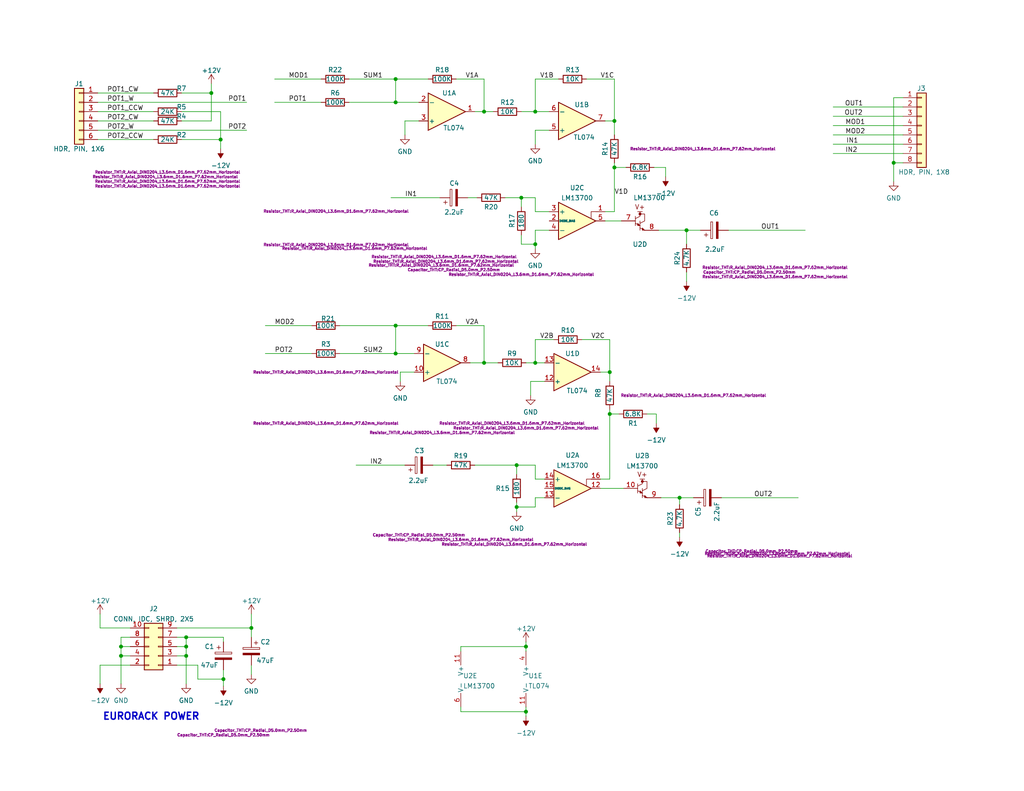
<source format=kicad_sch>
(kicad_sch (version 20211123) (generator eeschema)
  (paper "A")
  (title_block (title "Dual Voltage Controlled Amplifier (VCA)") (date "2022-11-10") (rev "1"))
  (lib_symbols
    (symbol "Amplifier_Operational:LM13700" (pin_names (offset 0.127))
      (property "Reference" "U" (at 3.81 5.08 0))
      (property "Value" "LM13700" (at 5.08 -5.08 0))
      (symbol "LM13700_1_1"
        (polyline (pts (xy 3.81 -0.635) (xy 3.81 -2.54) (xy 5.08 -2.54)))
        (polyline (pts (xy 5.08 0) (xy -5.08 -5.08) (xy -5.08 5.08) (xy 5.08 0)) (stroke (width 0.254)) (fill (type background)))
        (pin output line (at 7.62 0 180) (length 2.54) (name "~") (number "12"))
        (pin input line (at -7.62 2.54 0) (length 2.54) (name "-") (number "13"))
        (pin input line (at -7.62 -2.54 0) (length 2.54) (name "+") (number "14"))
        (pin input line (at -7.62 0 0) (length 2.54) (name "DIODE_BIAS") (number "15"))
        (pin input line (at 7.62 -2.54 180) (length 2.54) (name "~") (number "16"))
      )
      (symbol "LM13700_2_0"
        (polyline (pts (xy -1.905 2.54) (xy -3.175 2.54)))
      )
      (symbol "LM13700_2_1"
        (circle (center -2.54 1.905) (radius 0.254) (stroke (width 0.254)) (fill (type outline)))
        (polyline (pts (xy -3.81 -0.635) (xy -2.54 -1.27)))
        (polyline (pts (xy -3.81 1.27) (xy -3.81 -1.27)))
        (polyline (pts (xy -2.54 -1.905) (xy -1.27 -2.54)))
        (polyline (pts (xy -2.54 0) (xy -2.54 -2.54)))
        (polyline (pts (xy -3.81 0.635) (xy -2.54 1.27) (xy -2.54 1.905) (xy -2.54 2.54)))
        (polyline (pts (xy -2.54 -1.27) (xy -3.175 -0.635) (xy -3.175 -1.27) (xy -2.54 -1.27)) (fill (type outline)))
        (polyline (pts (xy -2.54 -0.635) (xy -1.27 0) (xy -1.27 1.905) (xy -2.54 1.905)))
        (polyline (pts (xy -1.27 -2.54) (xy -1.905 -1.905) (xy -1.905 -2.54) (xy -1.27 -2.54)) (fill (type outline)))
        (text "V+" (at -2.54 3.81 0) (effects (font (size 1.27 1.27))))
        (pin input line (at -7.62 0 0) (length 3.81) (name "~") (number "10"))
        (pin output line (at 2.54 -2.54 180) (length 3.81) (name "~") (number "9"))
      )
      (symbol "LM13700_3_1"
        (polyline (pts (xy 3.81 -0.635) (xy 3.81 -2.54) (xy 5.08 -2.54)))
        (polyline (pts (xy 5.08 0) (xy -5.08 -5.08) (xy -5.08 5.08) (xy 5.08 0)) (stroke (width 0.254)) (fill (type background)))
        (pin input line (at 7.62 -2.54 180) (length 2.54) (name "~") (number "1"))
        (pin input line (at -7.62 0 0) (length 2.54) (name "DIODE_BIAS") (number "2"))
        (pin input line (at -7.62 -2.54 0) (length 2.54) (name "+") (number "3"))
        (pin input line (at -7.62 2.54 0) (length 2.54) (name "-") (number "4"))
        (pin output line (at 7.62 0 180) (length 2.54) (name "~") (number "5"))
      )
      (symbol "LM13700_4_0"
        (polyline (pts (xy -3.175 2.54) (xy -1.905 2.54)))
        (text "V+" (at -2.54 3.81 0) (effects (font (size 1.27 1.27))))
      )
      (symbol "LM13700_4_1"
        (circle (center -2.54 1.905) (radius 0.254) (stroke (width 0.254)) (fill (type outline)))
        (polyline (pts (xy -3.81 -0.635) (xy -2.54 -1.27)))
        (polyline (pts (xy -3.81 1.27) (xy -3.81 -1.27)))
        (polyline (pts (xy -2.54 -1.905) (xy -1.27 -2.54)))
        (polyline (pts (xy -2.54 0) (xy -2.54 -2.54)))
        (polyline (pts (xy -3.81 0.635) (xy -2.54 1.27) (xy -2.54 2.54)))
        (polyline (pts (xy -2.54 -1.27) (xy -3.175 -0.635) (xy -3.175 -1.27) (xy -2.54 -1.27)) (fill (type outline)))
        (polyline (pts (xy -2.54 -0.635) (xy -1.27 0) (xy -1.27 1.905) (xy -2.54 1.905)))
        (polyline (pts (xy -1.27 -2.54) (xy -1.905 -1.905) (xy -1.905 -2.54) (xy -1.27 -2.54)) (fill (type outline)))
        (pin input line (at -7.62 0 0) (length 3.81) (name "~") (number "7"))
        (pin output line (at 2.54 -2.54 180) (length 3.81) (name "~") (number "8"))
      )
      (symbol "LM13700_5_1"
        (pin power_in line (at -2.54 7.62 270) (length 3.81) (name "V+") (number "11"))
        (pin power_in line (at -2.54 -7.62 90) (length 3.81) (name "V-") (number "6"))
      )
    )
    (symbol "Amplifier_Operational:TL074" (pin_names (offset 0.127))
      (property "Reference" "U" (at 0 5.08 0))
      (property "Value" "TL074" (at 0 -5.08 0))
      (symbol "TL074_1_1"
        (polyline (pts (xy -5.08 5.08) (xy 5.08 0) (xy -5.08 -5.08) (xy -5.08 5.08)) (stroke (width 0.254)) (fill (type background)))
        (pin output line (at 7.62 0 180) (length 2.54) (name "~") (number "1"))
        (pin input line (at -7.62 -2.54 0) (length 2.54) (name "-") (number "2"))
        (pin input line (at -7.62 2.54 0) (length 2.54) (name "+") (number "3"))
      )
      (symbol "TL074_2_1"
        (polyline (pts (xy -5.08 5.08) (xy 5.08 0) (xy -5.08 -5.08) (xy -5.08 5.08)) (stroke (width 0.254)) (fill (type background)))
        (pin input line (at -7.62 2.54 0) (length 2.54) (name "+") (number "5"))
        (pin input line (at -7.62 -2.54 0) (length 2.54) (name "-") (number "6"))
        (pin output line (at 7.62 0 180) (length 2.54) (name "~") (number "7"))
      )
      (symbol "TL074_3_1"
        (polyline (pts (xy -5.08 5.08) (xy 5.08 0) (xy -5.08 -5.08) (xy -5.08 5.08)) (stroke (width 0.254)) (fill (type background)))
        (pin input line (at -7.62 2.54 0) (length 2.54) (name "+") (number "10"))
        (pin output line (at 7.62 0 180) (length 2.54) (name "~") (number "8"))
        (pin input line (at -7.62 -2.54 0) (length 2.54) (name "-") (number "9"))
      )
      (symbol "TL074_4_1"
        (polyline (pts (xy -5.08 5.08) (xy 5.08 0) (xy -5.08 -5.08) (xy -5.08 5.08)) (stroke (width 0.254)) (fill (type background)))
        (pin input line (at -7.62 2.54 0) (length 2.54) (name "+") (number "12"))
        (pin input line (at -7.62 -2.54 0) (length 2.54) (name "-") (number "13"))
        (pin output line (at 7.62 0 180) (length 2.54) (name "~") (number "14"))
      )
      (symbol "TL074_5_1"
        (pin power_in line (at -2.54 -7.62 90) (length 3.81) (name "V-") (number "11"))
        (pin power_in line (at -2.54 7.62 270) (length 3.81) (name "V+") (number "4"))
      )
    )
    (symbol "Connector_Generic:Conn_01x06" (pin_names (offset 1.016) hide)
      (property "Reference" "J" (at 0 7.62 0))
      (property "Value" "Conn_01x06" (at 0 -10.16 0))
      (symbol "Conn_01x06_1_1"
        (rectangle (start -1.27 -7.493) (end 0 -7.747) (stroke (width 0.1524)))
        (rectangle (start -1.27 -4.953) (end 0 -5.207) (stroke (width 0.1524)))
        (rectangle (start -1.27 -2.413) (end 0 -2.667) (stroke (width 0.1524)))
        (rectangle (start -1.27 0.127) (end 0 -0.127) (stroke (width 0.1524)))
        (rectangle (start -1.27 2.667) (end 0 2.413) (stroke (width 0.1524)))
        (rectangle (start -1.27 5.207) (end 0 4.953) (stroke (width 0.1524)))
        (rectangle (start -1.27 6.35) (end 1.27 -8.89) (stroke (width 0.254)) (fill (type background)))
        (pin passive line (at -5.08 5.08 0) (length 3.81) (name "Pin_1") (number "1"))
        (pin passive line (at -5.08 2.54 0) (length 3.81) (name "Pin_2") (number "2"))
        (pin passive line (at -5.08 0 0) (length 3.81) (name "Pin_3") (number "3"))
        (pin passive line (at -5.08 -2.54 0) (length 3.81) (name "Pin_4") (number "4"))
        (pin passive line (at -5.08 -5.08 0) (length 3.81) (name "Pin_5") (number "5"))
        (pin passive line (at -5.08 -7.62 0) (length 3.81) (name "Pin_6") (number "6"))
      )
    )
    (symbol "Connector_Generic:Conn_01x08" (pin_names (offset 1.016) hide)
      (property "Reference" "J" (at 0 10.16 0))
      (property "Value" "Conn_01x08" (at 0 -12.7 0))
      (symbol "Conn_01x08_1_1"
        (rectangle (start -1.27 -10.033) (end 0 -10.287) (stroke (width 0.1524)))
        (rectangle (start -1.27 -7.493) (end 0 -7.747) (stroke (width 0.1524)))
        (rectangle (start -1.27 -4.953) (end 0 -5.207) (stroke (width 0.1524)))
        (rectangle (start -1.27 -2.413) (end 0 -2.667) (stroke (width 0.1524)))
        (rectangle (start -1.27 0.127) (end 0 -0.127) (stroke (width 0.1524)))
        (rectangle (start -1.27 2.667) (end 0 2.413) (stroke (width 0.1524)))
        (rectangle (start -1.27 5.207) (end 0 4.953) (stroke (width 0.1524)))
        (rectangle (start -1.27 7.747) (end 0 7.493) (stroke (width 0.1524)))
        (rectangle (start -1.27 8.89) (end 1.27 -11.43) (stroke (width 0.254)) (fill (type background)))
        (pin passive line (at -5.08 7.62 0) (length 3.81) (name "Pin_1") (number "1"))
        (pin passive line (at -5.08 5.08 0) (length 3.81) (name "Pin_2") (number "2"))
        (pin passive line (at -5.08 2.54 0) (length 3.81) (name "Pin_3") (number "3"))
        (pin passive line (at -5.08 0 0) (length 3.81) (name "Pin_4") (number "4"))
        (pin passive line (at -5.08 -2.54 0) (length 3.81) (name "Pin_5") (number "5"))
        (pin passive line (at -5.08 -5.08 0) (length 3.81) (name "Pin_6") (number "6"))
        (pin passive line (at -5.08 -7.62 0) (length 3.81) (name "Pin_7") (number "7"))
        (pin passive line (at -5.08 -10.16 0) (length 3.81) (name "Pin_8") (number "8"))
      )
    )
    (symbol "Connector_Generic:Conn_02x05_Odd_Even" (pin_names (offset 1.016) hide)
      (property "Reference" "J" (at 1.27 7.62 0))
      (property "Value" "Conn_02x05_Odd_Even" (at 1.27 -7.62 0))
      (symbol "Conn_02x05_Odd_Even_1_1"
        (rectangle (start -1.27 -4.953) (end 0 -5.207) (stroke (width 0.1524)))
        (rectangle (start -1.27 -2.413) (end 0 -2.667) (stroke (width 0.1524)))
        (rectangle (start -1.27 0.127) (end 0 -0.127) (stroke (width 0.1524)))
        (rectangle (start -1.27 2.667) (end 0 2.413) (stroke (width 0.1524)))
        (rectangle (start -1.27 5.207) (end 0 4.953) (stroke (width 0.1524)))
        (rectangle (start -1.27 6.35) (end 3.81 -6.35) (stroke (width 0.254)) (fill (type background)))
        (rectangle (start 3.81 -4.953) (end 2.54 -5.207) (stroke (width 0.1524)))
        (rectangle (start 3.81 -2.413) (end 2.54 -2.667) (stroke (width 0.1524)))
        (rectangle (start 3.81 0.127) (end 2.54 -0.127) (stroke (width 0.1524)))
        (rectangle (start 3.81 2.667) (end 2.54 2.413) (stroke (width 0.1524)))
        (rectangle (start 3.81 5.207) (end 2.54 4.953) (stroke (width 0.1524)))
        (pin passive line (at -5.08 5.08 0) (length 3.81) (name "Pin_1") (number "1"))
        (pin passive line (at 7.62 -5.08 180) (length 3.81) (name "Pin_10") (number "10"))
        (pin passive line (at 7.62 5.08 180) (length 3.81) (name "Pin_2") (number "2"))
        (pin passive line (at -5.08 2.54 0) (length 3.81) (name "Pin_3") (number "3"))
        (pin passive line (at 7.62 2.54 180) (length 3.81) (name "Pin_4") (number "4"))
        (pin passive line (at -5.08 0 0) (length 3.81) (name "Pin_5") (number "5"))
        (pin passive line (at 7.62 0 180) (length 3.81) (name "Pin_6") (number "6"))
        (pin passive line (at -5.08 -2.54 0) (length 3.81) (name "Pin_7") (number "7"))
        (pin passive line (at 7.62 -2.54 180) (length 3.81) (name "Pin_8") (number "8"))
        (pin passive line (at -5.08 -5.08 0) (length 3.81) (name "Pin_9") (number "9"))
      )
    )
    (symbol "Device:C_Polarized" (pin_numbers hide) (pin_names (offset 0.254))
      (property "Reference" "C" (at 0.635 2.54 0))
      (property "Value" "C_Polarized" (at 0.635 -2.54 0))
      (symbol "C_Polarized_0_1"
        (rectangle (start -2.286 0.508) (end 2.286 1.016))
        (polyline (pts (xy -1.778 2.286) (xy -0.762 2.286)))
        (polyline (pts (xy -1.27 2.794) (xy -1.27 1.778)))
        (rectangle (start 2.286 -0.508) (end -2.286 -1.016) (fill (type outline)))
      )
      (symbol "C_Polarized_1_1"
        (pin passive line (at 0 3.81 270) (length 2.794) (name "~") (number "1"))
        (pin passive line (at 0 -3.81 90) (length 2.794) (name "~") (number "2"))
      )
    )
    (symbol "Device:R" (pin_numbers hide) (pin_names (offset 0))
      (property "Reference" "R" (at 2.032 0 90))
      (property "Value" "R" (at 0 0 90))
      (symbol "R_0_1"
        (rectangle (start -1.016 -2.54) (end 1.016 2.54) (stroke (width 0.254)))
      )
      (symbol "R_1_1"
        (pin passive line (at 0 3.81 270) (length 1.27) (name "~") (number "1"))
        (pin passive line (at 0 -3.81 90) (length 1.27) (name "~") (number "2"))
      )
    )
    (symbol "power:+12V" (power) (pin_names (offset 0))
      (property "Value" "+12V" (at 0 3.556 0))
      (symbol "+12V_0_1"
        (polyline (pts (xy -0.762 1.27) (xy 0 2.54)))
        (polyline (pts (xy 0 0) (xy 0 2.54)))
        (polyline (pts (xy 0 2.54) (xy 0.762 1.27)))
      )
      (symbol "+12V_1_1"
        (pin power_in line (at 0 0 90) (length 0) hide (name "+12V") (number "1"))
      )
    )
    (symbol "power:-12V" (power) (pin_names (offset 0))
      (property "Value" "-12V" (at 0 3.81 0))
      (symbol "-12V_0_0"
        (pin power_in line (at 0 0 90) (length 0) hide (name "-12V") (number "1"))
      )
      (symbol "-12V_0_1"
        (polyline (pts (xy 0 0) (xy 0 1.27) (xy 0.762 1.27) (xy 0 2.54) (xy -0.762 1.27) (xy 0 1.27)) (fill (type outline)))
      )
    )
    (symbol "power:GND" (power) (pin_names (offset 0))
      (property "Value" "GND" (at 0 -3.81 0))
      (symbol "GND_0_1"
        (polyline (pts (xy 0 0) (xy 0 -1.27) (xy 1.27 -1.27) (xy 0 -2.54) (xy -1.27 -1.27) (xy 0 -1.27)))
      )
      (symbol "GND_1_1"
        (pin power_in line (at 0 0 270) (length 0) hide (name "GND") (number "1"))
      )
    )
  )
  (junction (at 167.64 45.72))
  (junction (at 146.05 30.48))
  (junction (at 166.37 113.03))
  (junction (at 132.08 30.48))
  (junction (at 167.64 33.02))
  (junction (at 60.96 185.42))
  (junction (at 57.658 25.4))
  (junction (at 140.97 127))
  (junction (at 60.198 38.1))
  (junction (at 142.24 53.975))
  (junction (at 143.51 176.53))
  (junction (at 107.95 21.59))
  (junction (at 107.95 96.52))
  (junction (at 146.05 66.675))
  (junction (at 107.95 88.9))
  (junction (at 50.8 179.07))
  (junction (at 187.325 62.865))
  (junction (at 185.42 135.89))
  (junction (at 33.02 179.07))
  (junction (at 50.8 173.99))
  (junction (at 107.95 27.94))
  (junction (at 166.37 101.6))
  (junction (at 132.08 99.06))
  (junction (at 33.02 176.53))
  (junction (at 243.84 44.45))
  (junction (at 68.58 171.45))
  (junction (at 50.8 176.53))
  (junction (at 140.97 138.43))
  (junction (at 143.51 194.31))
  (junction (at 146.05 99.06))
  (wire (pts (xy 50.8 176.53) (xy 50.8 179.07)))
  (wire (pts (xy 227.33 41.91) (xy 246.38 41.91)))
  (wire (pts (xy 166.37 113.03) (xy 168.91 113.03)))
  (wire (pts (xy 33.02 173.99) (xy 33.02 176.53)))
  (wire (pts (xy 57.658 25.4) (xy 57.658 22.86)))
  (wire (pts (xy 227.33 39.37) (xy 246.38 39.37)))
  (wire (pts (xy 132.08 99.06) (xy 128.27 99.06)))
  (wire (pts (xy 107.95 88.9) (xy 116.84 88.9)))
  (wire (pts (xy 146.05 62.865) (xy 146.05 66.675)))
  (wire (pts (xy 146.05 99.06) (xy 143.51 99.06)))
  (wire (pts (xy 68.58 167.64) (xy 68.58 171.45)))
  (wire (pts (xy 35.56 173.99) (xy 33.02 173.99)))
  (wire (pts (xy 140.97 138.43) (xy 146.05 138.43)))
  (wire (pts (xy 125.73 194.31) (xy 125.73 193.04)))
  (wire (pts (xy 107.95 88.9) (xy 107.95 96.52)))
  (wire (pts (xy 167.64 33.02) (xy 167.64 21.59)))
  (wire (pts (xy 92.71 88.9) (xy 107.95 88.9)))
  (wire (pts (xy 135.89 99.06) (xy 132.08 99.06)))
  (wire (pts (xy 142.24 64.135) (xy 142.24 66.675)))
  (wire (pts (xy 163.83 130.81) (xy 166.37 130.81)))
  (wire (pts (xy 106.68 53.975) (xy 120.015 53.975)))
  (wire (pts (xy 60.198 30.48) (xy 60.198 38.1)))
  (wire (pts (xy 163.83 101.6) (xy 166.37 101.6)))
  (wire (pts (xy 49.53 25.4) (xy 57.658 25.4)))
  (wire (pts (xy 149.86 62.865) (xy 146.05 62.865)))
  (wire (pts (xy 49.53 38.1) (xy 60.198 38.1)))
  (wire (pts (xy 146.05 30.48) (xy 142.24 30.48)))
  (wire (pts (xy 166.37 111.76) (xy 166.37 113.03)))
  (wire (pts (xy 33.02 179.07) (xy 35.56 179.07)))
  (wire (pts (xy 149.86 30.48) (xy 146.05 30.48)))
  (wire (pts (xy 107.95 27.94) (xy 114.3 27.94)))
  (wire (pts (xy 148.59 99.06) (xy 146.05 99.06)))
  (wire (pts (xy 176.53 113.03) (xy 179.07 113.03)))
  (wire (pts (xy 60.96 173.99) (xy 60.96 175.26)))
  (wire (pts (xy 57.658 25.4) (xy 57.658 33.02)))
  (wire (pts (xy 132.08 30.48) (xy 129.54 30.48)))
  (wire (pts (xy 137.795 53.975) (xy 142.24 53.975)))
  (wire (pts (xy 140.97 127) (xy 146.05 127)))
  (wire (pts (xy 50.8 173.99) (xy 50.8 176.53)))
  (wire (pts (xy 114.3 33.02) (xy 110.49 33.02)))
  (wire (pts (xy 246.38 26.67) (xy 243.84 26.67)))
  (wire (pts (xy 185.42 135.89) (xy 189.23 135.89)))
  (wire (pts (xy 166.37 101.6) (xy 166.37 92.71)))
  (wire (pts (xy 33.02 176.53) (xy 35.56 176.53)))
  (wire (pts (xy 227.33 36.83) (xy 246.38 36.83)))
  (wire (pts (xy 143.51 176.53) (xy 143.51 177.8)))
  (wire (pts (xy 107.95 96.52) (xy 113.03 96.52)))
  (wire (pts (xy 165.1 60.325) (xy 169.545 60.325)))
  (wire (pts (xy 140.97 127) (xy 140.97 129.54)))
  (wire (pts (xy 26.67 35.56) (xy 67.31 35.56)))
  (wire (pts (xy 72.39 88.9) (xy 85.09 88.9)))
  (wire (pts (xy 143.51 194.31) (xy 143.51 193.04)))
  (wire (pts (xy 219.71 62.865) (xy 198.755 62.865)))
  (wire (pts (xy 243.84 44.45) (xy 243.84 49.53)))
  (wire (pts (xy 185.42 135.89) (xy 185.42 137.795)))
  (wire (pts (xy 146.05 92.71) (xy 151.13 92.71)))
  (wire (pts (xy 68.58 181.61) (xy 68.58 184.15)))
  (wire (pts (xy 33.02 176.53) (xy 33.02 179.07)))
  (wire (pts (xy 227.33 29.21) (xy 246.38 29.21)))
  (wire (pts (xy 107.95 21.59) (xy 116.84 21.59)))
  (wire (pts (xy 146.05 99.06) (xy 146.05 92.71)))
  (wire (pts (xy 113.03 101.6) (xy 109.22 101.6)))
  (wire (pts (xy 227.33 31.75) (xy 246.38 31.75)))
  (wire (pts (xy 53.975 185.42) (xy 60.96 185.42)))
  (wire (pts (xy 149.86 57.785) (xy 146.05 57.785)))
  (wire (pts (xy 148.59 104.14) (xy 144.78 104.14)))
  (wire (pts (xy 185.42 145.415) (xy 185.42 146.685)))
  (wire (pts (xy 143.51 195.58) (xy 143.51 194.31)))
  (wire (pts (xy 140.97 138.43) (xy 140.97 139.7)))
  (wire (pts (xy 140.97 137.16) (xy 140.97 138.43)))
  (wire (pts (xy 50.8 173.99) (xy 60.96 173.99)))
  (wire (pts (xy 109.22 101.6) (xy 109.22 104.14)))
  (wire (pts (xy 132.08 88.9) (xy 124.46 88.9)))
  (wire (pts (xy 48.26 176.53) (xy 50.8 176.53)))
  (wire (pts (xy 33.02 179.07) (xy 33.02 186.69)))
  (wire (pts (xy 125.73 176.53) (xy 125.73 177.8)))
  (wire (pts (xy 49.53 30.48) (xy 60.198 30.48)))
  (wire (pts (xy 142.24 53.975) (xy 142.24 56.515)))
  (wire (pts (xy 110.49 33.02) (xy 110.49 36.83)))
  (wire (pts (xy 60.96 185.42) (xy 60.96 187.325)))
  (wire (pts (xy 149.86 35.56) (xy 146.05 35.56)))
  (wire (pts (xy 48.26 181.61) (xy 53.975 181.61)))
  (wire (pts (xy 35.56 171.45) (xy 27.305 171.45)))
  (wire (pts (xy 146.05 66.675) (xy 146.05 67.945)))
  (wire (pts (xy 26.67 27.94) (xy 67.31 27.94)))
  (wire (pts (xy 181.61 45.72) (xy 181.61 48.26)))
  (wire (pts (xy 146.05 57.785) (xy 146.05 53.975)))
  (wire (pts (xy 48.26 173.99) (xy 50.8 173.99)))
  (wire (pts (xy 27.305 186.69) (xy 27.305 181.61)))
  (wire (pts (xy 146.05 135.89) (xy 148.59 135.89)))
  (wire (pts (xy 167.64 45.72) (xy 170.815 45.72)))
  (wire (pts (xy 227.33 34.29) (xy 246.38 34.29)))
  (wire (pts (xy 118.11 127) (xy 121.92 127)))
  (wire (pts (xy 132.08 88.9) (xy 132.08 99.06)))
  (wire (pts (xy 95.25 27.94) (xy 107.95 27.94)))
  (wire (pts (xy 107.95 27.94) (xy 107.95 21.59)))
  (wire (pts (xy 27.305 167.64) (xy 27.305 171.45)))
  (wire (pts (xy 167.64 57.785) (xy 167.64 45.72)))
  (wire (pts (xy 143.51 176.53) (xy 125.73 176.53)))
  (wire (pts (xy 167.64 44.45) (xy 167.64 45.72)))
  (wire (pts (xy 143.51 175.26) (xy 143.51 176.53)))
  (wire (pts (xy 72.39 96.52) (xy 85.09 96.52)))
  (wire (pts (xy 179.07 113.03) (xy 179.07 115.57)))
  (wire (pts (xy 68.58 171.45) (xy 68.58 173.99)))
  (wire (pts (xy 146.05 127) (xy 146.05 130.81)))
  (wire (pts (xy 132.08 30.48) (xy 132.08 21.59)))
  (wire (pts (xy 165.1 33.02) (xy 167.64 33.02)))
  (wire (pts (xy 178.435 45.72) (xy 181.61 45.72)))
  (wire (pts (xy 144.78 104.14) (xy 144.78 107.95)))
  (wire (pts (xy 53.975 181.61) (xy 53.975 185.42)))
  (wire (pts (xy 142.24 53.975) (xy 146.05 53.975)))
  (wire (pts (xy 146.05 130.81) (xy 148.59 130.81)))
  (wire (pts (xy 187.325 62.865) (xy 187.325 66.675)))
  (wire (pts (xy 129.54 127) (xy 140.97 127)))
  (wire (pts (xy 146.05 30.48) (xy 146.05 21.59)))
  (wire (pts (xy 95.25 21.59) (xy 107.95 21.59)))
  (wire (pts (xy 74.93 27.94) (xy 87.63 27.94)))
  (wire (pts (xy 243.84 26.67) (xy 243.84 44.45)))
  (wire (pts (xy 27.305 181.61) (xy 35.56 181.61)))
  (wire (pts (xy 243.84 44.45) (xy 246.38 44.45)))
  (wire (pts (xy 60.198 38.1) (xy 60.198 40.64)))
  (wire (pts (xy 49.53 33.02) (xy 57.658 33.02)))
  (wire (pts (xy 26.67 30.48) (xy 41.91 30.48)))
  (wire (pts (xy 166.37 101.6) (xy 166.37 104.14)))
  (wire (pts (xy 127.635 53.975) (xy 130.175 53.975)))
  (wire (pts (xy 165.1 57.785) (xy 167.64 57.785)))
  (wire (pts (xy 167.64 21.59) (xy 160.02 21.59)))
  (wire (pts (xy 146.05 66.675) (xy 142.24 66.675)))
  (wire (pts (xy 143.51 194.31) (xy 125.73 194.31)))
  (wire (pts (xy 187.325 74.295) (xy 187.325 76.835)))
  (wire (pts (xy 74.93 21.59) (xy 87.63 21.59)))
  (wire (pts (xy 48.26 171.45) (xy 68.58 171.45)))
  (wire (pts (xy 92.71 96.52) (xy 107.95 96.52)))
  (wire (pts (xy 26.67 38.1) (xy 41.91 38.1)))
  (wire (pts (xy 166.37 92.71) (xy 158.75 92.71)))
  (wire (pts (xy 179.705 62.865) (xy 187.325 62.865)))
  (wire (pts (xy 180.34 135.89) (xy 185.42 135.89)))
  (wire (pts (xy 26.67 25.4) (xy 41.91 25.4)))
  (wire (pts (xy 146.05 21.59) (xy 152.4 21.59)))
  (wire (pts (xy 48.26 179.07) (xy 50.8 179.07)))
  (wire (pts (xy 132.08 21.59) (xy 124.46 21.59)))
  (wire (pts (xy 26.67 33.02) (xy 41.91 33.02)))
  (wire (pts (xy 146.05 35.56) (xy 146.05 39.37)))
  (wire (pts (xy 60.96 185.42) (xy 60.96 182.88)))
  (wire (pts (xy 187.325 62.865) (xy 191.135 62.865)))
  (wire (pts (xy 217.805 135.89) (xy 196.85 135.89)))
  (wire (pts (xy 146.05 138.43) (xy 146.05 135.89)))
  (wire (pts (xy 97.155 127) (xy 110.49 127)))
  (wire (pts (xy 166.37 113.03) (xy 166.37 130.81)))
  (wire (pts (xy 134.62 30.48) (xy 132.08 30.48)))
  (wire (pts (xy 167.64 33.02) (xy 167.64 36.83)))
  (wire (pts (xy 170.18 133.35) (xy 163.83 133.35)))
  (wire (pts (xy 50.8 179.07) (xy 50.8 186.69)))
  (text "EURORACK POWER" (at 27.94 196.85 0) (effects (font (size 1.905 1.905) (thickness 0.381) bold) (justify left bottom)))
  (label "POT2" (at 62.23 35.56 0))
  (label "POT2" (at 74.93 96.52 0))
  (label "V1B" (at 147.32 21.59 0))
  (label "POT2_W" (at 29.21 35.56 0))
  (label "POT1" (at 62.23 27.94 0))
  (label "V2C" (at 161.29 92.71 0))
  (label "V2B" (at 147.32 92.71 0))
  (label "MOD1" (at 230.632 34.29 0))
  (label "V2A" (at 127 88.9 0))
  (label "IN2" (at 230.632 41.91 0))
  (label "V1C" (at 163.83 21.59 0))
  (label "MOD2" (at 74.93 88.9 0))
  (label "V1A" (at 127 21.59 0))
  (label "OUT1" (at 230.505 29.21 0))
  (label "POT1_CW" (at 29.21 25.4 0))
  (label "IN1" (at 110.49 53.975 0))
  (label "OUT1" (at 207.645 62.865 0))
  (label "SUM1" (at 99.06 21.59 0))
  (label "SUM2" (at 99.06 96.52 0))
  (label "MOD1" (at 78.74 21.59 0))
  (label "POT2_CCW" (at 29.21 38.1 0))
  (label "POT1_W" (at 29.21 27.94 0))
  (label "IN1" (at 230.886 39.37 0))
  (label "IN2" (at 100.965 127 0))
  (label "V1D" (at 167.64 53.34 0))
  (label "POT1_CCW" (at 29.21 30.48 0))
  (label "OUT2" (at 230.378 31.75 0))
  (label "POT2_CW" (at 29.21 33.02 0))
  (label "MOD2" (at 230.632 36.83 0))
  (label "POT1" (at 78.74 27.94 0))
  (label "OUT2" (at 205.74 135.89 0))
  (symbol (lib_id "Amplifier_Operational:TL074") (at 120.65 99.06 0) (mirror x) (unit 3)
    (property "Reference" "U1" (at 120.65 93.98 0))
    (property "Value" "TL074" (at 121.92 104.14 0))
    (property "Datasheet" "http://www.ti.com/lit/ds/symlink/tl071.pdf" (effects hide))
  )
  (symbol (lib_id "power:-12V") (at 185.42 146.685 180) (unit 1)
    (property "Reference" "#PWR0104" (effects hide))
    (property "Value" "-12V" (at 185.42 151.2475 0))
  )
  (symbol (lib_id "Device:R") (at 45.72 25.4 90) (unit 1)
    (property "Reference" "R7" (at 49.53 24.13 90))
    (property "Value" "47K" (at 45.72 25.4 90))
    (property "Footprint" "Resistor_THT:R_Axial_DIN0204_L3.6mm_D1.6mm_P7.62mm_Horizontal" (at 45.085 48.26 90) (effects (font (size 0.762 0.762))))
  )
  (symbol (lib_id "Device:R") (at 140.97 133.35 180) (unit 1)
    (property "Reference" "R15" (at 137.16 133.35 0))
    (property "Value" "180" (at 140.97 133.35 90))
    (property "Footprint" "Resistor_THT:R_Axial_DIN0204_L3.6mm_D1.6mm_P7.62mm_Horizontal" (at 140.335 148.59 0) (effects (font (size 0.762 0.762))))
  )
  (symbol (lib_id "Device:R") (at 187.325 70.485 180) (unit 1)
    (property "Reference" "R24" (at 184.785 70.485 90))
    (property "Value" "4.7K" (at 187.325 70.485 90))
    (property "Footprint" "Resistor_THT:R_Axial_DIN0204_L3.6mm_D1.6mm_P7.62mm_Horizontal" (at 211.455 75.565 0) (effects (font (size 0.762 0.762))))
  )
  (symbol (lib_id "Device:R") (at 139.7 99.06 90) (unit 1)
    (property "Reference" "R9" (at 139.7 96.52 90))
    (property "Value" "10K" (at 139.7 99.06 90))
    (property "Footprint" "Resistor_THT:R_Axial_DIN0204_L3.6mm_D1.6mm_P7.62mm_Horizontal" (at 139.7 115.57 90) (effects (font (size 0.762 0.762))))
  )
  (symbol (lib_id "Device:C_Polarized") (at 123.825 53.975 90) (unit 1)
    (property "Reference" "C4" (at 123.952 50.038 90))
    (property "Value" "2.2uF" (at 123.952 57.912 90))
    (property "Footprint" "Capacitor_THT:CP_Radial_D5.0mm_P2.50mm" (at 123.825 73.66 90) (effects (font (size 0.762 0.762))))
  )
  (symbol (lib_id "Device:C_Polarized") (at 114.3 127 90) (unit 1)
    (property "Reference" "C3" (at 114.427 123.063 90))
    (property "Value" "2.2uF" (at 114.173 131.191 90))
    (property "Footprint" "Capacitor_THT:CP_Radial_D5.0mm_P2.50mm" (at 114.3 146.05 90) (effects (font (size 0.762 0.762))))
  )
  (symbol (lib_id "power:GND") (at 140.97 139.7 0) (unit 1)
    (property "Reference" "#PWR0116" (effects hide))
    (property "Value" "GND" (at 140.97 144.2625 0))
  )
  (symbol (lib_id "Device:R") (at 120.65 88.9 90) (unit 1)
    (property "Reference" "R11" (at 120.65 86.36 90))
    (property "Value" "100K" (at 120.65 88.9 90))
    (property "Footprint" "Resistor_THT:R_Axial_DIN0204_L3.6mm_D1.6mm_P7.62mm_Horizontal" (at 120.65 118.11 90) (effects (font (size 0.762 0.762))))
  )
  (symbol (lib_id "power:-12V") (at 187.325 76.835 180) (unit 1)
    (property "Reference" "#PWR0113" (effects hide))
    (property "Value" "-12V" (at 187.325 81.3975 0))
  )
  (symbol (lib_id "Amplifier_Operational:LM13700") (at 128.27 185.42 0) (unit 5)
    (property "Reference" "U2" (at 126.365 184.5115 0) (effects (justify left)))
    (property "Value" "LM13700" (at 126.365 187.2866 0) (effects (justify left)))
    (property "Datasheet" "http://www.ti.com/lit/ds/symlink/lm13700.pdf" (effects hide))
  )
  (symbol (lib_id "power:GND") (at 110.49 36.83 0) (unit 1)
    (property "Reference" "#PWR0118" (effects hide))
    (property "Value" "GND" (at 110.49 41.3925 0))
  )
  (symbol (lib_id "power:GND") (at 50.8 186.69 0) (unit 1)
    (property "Reference" "#PWR0108" (effects hide))
    (property "Value" "GND" (at 50.8 191.2525 0))
  )
  (symbol (lib_id "Amplifier_Operational:TL074") (at 121.92 30.48 0) (mirror x) (unit 1)
    (property "Reference" "U1" (at 122.555 25.4 0))
    (property "Value" "TL074" (at 123.825 34.925 0))
    (property "Footprint" "Package_DIP:DIP-14_W7.62mm_LongPads" (effects hide))
    (property "Datasheet" "http://www.ti.com/lit/ds/symlink/tl071.pdf" (effects hide))
  )
  (symbol (lib_id "Device:C_Polarized") (at 68.58 177.8 0) (mirror y) (unit 1)
    (property "Reference" "C2" (at 72.39 175.26 0))
    (property "Value" "47uF" (at 72.39 180.34 0))
    (property "Footprint" "Capacitor_THT:CP_Radial_D5.0mm_P2.50mm" (at 71.12 199.39 0) (effects (font (size 0.762 0.762))))
  )
  (symbol (lib_id "Device:R") (at 45.72 38.1 90) (unit 1)
    (property "Reference" "R2" (at 49.53 36.83 90))
    (property "Value" "24K" (at 45.72 38.1 90))
    (property "Footprint" "Resistor_THT:R_Axial_DIN0204_L3.6mm_D1.6mm_P7.62mm_Horizontal" (at 45.72 50.8 90) (effects (font (size 0.762 0.762))))
  )
  (symbol (lib_id "power:-12V") (at 179.07 115.57 180) (unit 1)
    (property "Reference" "#PWR0112" (effects hide))
    (property "Value" "-12V" (at 179.07 120.1325 0))
  )
  (symbol (lib_id "Connector_Generic:Conn_01x06") (at 21.59 30.48 0) (mirror y) (unit 1)
    (property "Reference" "J1" (at 21.59 22.86 0))
    (property "Value" "HDR, PIN, 1X6" (at 21.59 40.64 0))
    (property "Footprint" "Connector_PinSocket_2.54mm:PinSocket_1x06_P2.54mm_Vertical" (effects hide))
  )
  (symbol (lib_id "power:GND") (at 144.78 107.95 0) (unit 1)
    (property "Reference" "#PWR0115" (effects hide))
    (property "Value" "GND" (at 144.78 112.5125 0))
  )
  (symbol (lib_id "Connector_Generic:Conn_01x08") (at 251.46 34.29 0) (unit 1)
    (property "Reference" "J3" (at 250.19 24.13 0) (effects (justify left)))
    (property "Value" "HDR, PIN, 1X8" (at 245.11 46.99 0) (effects (justify left)))
    (property "Footprint" "Connector_PinSocket_2.54mm:PinSocket_1x08_P2.54mm_Vertical" (effects hide))
  )
  (symbol (lib_id "Device:R") (at 138.43 30.48 90) (unit 1)
    (property "Reference" "R12" (at 138.43 27.94 90))
    (property "Value" "10K" (at 138.43 30.48 90))
    (property "Footprint" "Resistor_THT:R_Axial_DIN0204_L3.6mm_D1.6mm_P7.62mm_Horizontal" (at 96.774 67.818 90) (effects (font (size 0.762 0.762))))
  )
  (symbol (lib_id "Device:R") (at 167.64 40.64 180) (unit 1)
    (property "Reference" "R14" (at 165.1 40.64 90))
    (property "Value" "47K" (at 167.64 40.64 90))
    (property "Footprint" "Resistor_THT:R_Axial_DIN0204_L3.6mm_D1.6mm_P7.62mm_Horizontal" (at 191.77 40.64 0) (effects (font (size 0.762 0.762))))
  )
  (symbol (lib_id "Amplifier_Operational:LM13700") (at 157.48 60.325 0) (mirror x) (unit 3)
    (property "Reference" "U2" (at 157.48 51.2785 0))
    (property "Value" "LM13700" (at 157.48 54.0536 0))
    (property "Datasheet" "http://www.ti.com/lit/ds/symlink/lm13700.pdf" (effects hide))
  )
  (symbol (lib_id "Amplifier_Operational:LM13700") (at 177.165 60.325 0) (unit 4)
    (property "Reference" "U2" (at 174.625 66.7046 0))
    (property "Value" "LM13700" (at 177.165 53.975 0))
    (property "Datasheet" "http://www.ti.com/lit/ds/symlink/lm13700.pdf" (effects hide))
  )
  (symbol (lib_id "Device:R") (at 88.9 96.52 90) (unit 1)
    (property "Reference" "R3" (at 88.9 93.98 90))
    (property "Value" "100K" (at 88.9 96.52 90))
    (property "Footprint" "Resistor_THT:R_Axial_DIN0204_L3.6mm_D1.6mm_P7.62mm_Horizontal" (at 88.9 115.57 90) (effects (font (size 0.762 0.762))))
  )
  (symbol (lib_id "Amplifier_Operational:LM13700") (at 156.21 133.35 0) (mirror x) (unit 1)
    (property "Reference" "U2" (at 156.21 124.3035 0))
    (property "Value" "LM13700" (at 156.21 127.0786 0))
    (property "Footprint" "Package_DIP:DIP-16_W7.62mm_LongPads" (effects hide))
    (property "Datasheet" "http://www.ti.com/lit/ds/symlink/lm13700.pdf" (effects hide))
  )
  (symbol (lib_id "Device:R") (at 125.73 127 270) (unit 1)
    (property "Reference" "R19" (at 125.73 124.46 90))
    (property "Value" "47K" (at 125.73 127 90))
    (property "Footprint" "Resistor_THT:R_Axial_DIN0204_L3.6mm_D1.6mm_P7.62mm_Horizontal" (at 125.73 147.32 90) (effects (font (size 0.762 0.762))))
  )
  (symbol (lib_id "Amplifier_Operational:TL074") (at 156.21 101.6 0) (mirror x) (unit 4)
    (property "Reference" "U1" (at 156.21 96.52 0))
    (property "Value" "TL074" (at 157.48 106.68 0))
    (property "Datasheet" "http://www.ti.com/lit/ds/symlink/tl071.pdf" (effects hide))
  )
  (symbol (lib_id "Amplifier_Operational:LM13700") (at 177.8 133.35 0) (unit 2)
    (property "Reference" "U2" (at 175.26 124.4399 0))
    (property "Value" "LM13700" (at 175.26 127.215 0))
    (property "Datasheet" "http://www.ti.com/lit/ds/symlink/lm13700.pdf" (effects hide))
  )
  (symbol (lib_id "power:-12V") (at 181.61 48.26 180) (unit 1)
    (property "Reference" "#PWR0114" (effects hide))
    (property "Value" "-12V" (at 181.61 52.8225 0))
  )
  (symbol (lib_id "power:GND") (at 33.02 186.69 0) (unit 1)
    (property "Reference" "#PWR0105" (effects hide))
    (property "Value" "GND" (at 33.02 191.2525 0))
  )
  (symbol (lib_id "Device:R") (at 142.24 60.325 180) (unit 1)
    (property "Reference" "R17" (at 139.7 60.325 90))
    (property "Value" "180" (at 142.24 60.325 90))
    (property "Footprint" "Resistor_THT:R_Axial_DIN0204_L3.6mm_D1.6mm_P7.62mm_Horizontal" (at 142.24 74.93 0) (effects (font (size 0.762 0.762))))
  )
  (symbol (lib_id "Device:R") (at 88.9 88.9 90) (unit 1)
    (property "Reference" "R21" (at 89.535 86.995 90))
    (property "Value" "100K" (at 88.9 88.9 90))
    (property "Footprint" "Resistor_THT:R_Axial_DIN0204_L3.6mm_D1.6mm_P7.62mm_Horizontal" (at 88.9 101.6 90) (effects (font (size 0.762 0.762))))
  )
  (symbol (lib_id "Device:R") (at 172.72 113.03 270) (unit 1)
    (property "Reference" "R1" (at 172.72 115.57 90))
    (property "Value" "6.8K" (at 172.72 113.03 90))
    (property "Footprint" "Resistor_THT:R_Axial_DIN0204_L3.6mm_D1.6mm_P7.62mm_Horizontal" (at 212.09 151.13 90) (effects (font (size 0.762 0.762))))
  )
  (symbol (lib_id "power:GND") (at 243.84 49.53 0) (unit 1)
    (property "Reference" "#PWR0103" (effects hide))
    (property "Value" "GND" (at 243.84 54.0925 0))
  )
  (symbol (lib_id "Device:R") (at 156.21 21.59 90) (unit 1)
    (property "Reference" "R13" (at 156.21 19.05 90))
    (property "Value" "10K" (at 156.21 21.59 90))
    (property "Footprint" "Resistor_THT:R_Axial_DIN0204_L3.6mm_D1.6mm_P7.62mm_Horizontal" (at 121.158 70.104 90) (effects (font (size 0.762 0.762))))
  )
  (symbol (lib_id "power:GND") (at 68.58 184.15 0) (unit 1)
    (property "Reference" "#PWR0110" (effects hide))
    (property "Value" "GND" (at 68.58 188.7125 0))
  )
  (symbol (lib_id "power:+12V") (at 143.51 175.26 0) (unit 1)
    (property "Reference" "#PWR0122" (effects hide))
    (property "Value" "+12V" (at 143.51 171.6555 0))
  )
  (symbol (lib_id "power:-12V") (at 60.96 187.325 180) (unit 1)
    (property "Reference" "#PWR0109" (effects hide))
    (property "Value" "-12V" (at 60.96 191.8875 0))
  )
  (symbol (lib_id "power:GND") (at 146.05 39.37 0) (unit 1)
    (property "Reference" "#PWR0119" (effects hide))
    (property "Value" "GND" (at 146.05 43.9325 0))
  )
  (symbol (lib_id "power:GND") (at 146.05 67.945 0) (unit 1)
    (property "Reference" "#PWR0117" (effects hide))
    (property "Value" "GND" (at 146.05 72.5075 0))
  )
  (symbol (lib_id "Device:C_Polarized") (at 194.945 62.865 90) (unit 1)
    (property "Reference" "C6" (at 194.818 58.166 90))
    (property "Value" "2.2uF" (at 195.072 68.072 90))
    (property "Footprint" "Capacitor_THT:CP_Radial_D5.0mm_P2.50mm" (at 204.47 74.295 90) (effects (font (size 0.762 0.762))))
  )
  (symbol (lib_id "Device:R") (at 185.42 141.605 180) (unit 1)
    (property "Reference" "R23" (at 182.88 141.605 90))
    (property "Value" "4.7K" (at 185.42 141.605 90))
    (property "Footprint" "Resistor_THT:R_Axial_DIN0204_L3.6mm_D1.6mm_P7.62mm_Horizontal" (at 212.725 151.765 0) (effects (font (size 0.762 0.762))))
  )
  (symbol (lib_id "Device:C_Polarized") (at 60.96 179.07 0) (unit 1)
    (property "Reference" "C1" (at 57.15 176.53 0))
    (property "Value" "47uF" (at 57.15 181.61 0))
    (property "Footprint" "Capacitor_THT:CP_Radial_D5.0mm_P2.50mm" (at 60.96 200.66 0) (effects (font (size 0.762 0.762))))
  )
  (symbol (lib_id "Device:R") (at 91.44 21.59 90) (unit 1)
    (property "Reference" "R22" (at 91.44 19.05 90))
    (property "Value" "100K" (at 91.44 21.59 90))
    (property "Footprint" "Resistor_THT:R_Axial_DIN0204_L3.6mm_D1.6mm_P7.62mm_Horizontal" (at 91.694 57.658 90) (effects (font (size 0.762 0.762))))
  )
  (symbol (lib_id "power:+12V") (at 68.58 167.64 0) (unit 1)
    (property "Reference" "#PWR0111" (effects hide))
    (property "Value" "+12V" (at 68.58 164.0355 0))
  )
  (symbol (lib_id "Device:C_Polarized") (at 193.04 135.89 90) (unit 1)
    (property "Reference" "C5" (at 190.5 139.7 0))
    (property "Value" "2.2uF" (at 195.58 139.7 0))
    (property "Footprint" "Capacitor_THT:CP_Radial_D5.0mm_P2.50mm" (at 205.105 150.495 90) (effects (font (size 0.762 0.762))))
  )
  (symbol (lib_id "Device:R") (at 154.94 92.71 90) (unit 1)
    (property "Reference" "R10" (at 154.94 90.17 90))
    (property "Value" "10K" (at 154.94 92.71 90))
    (property "Footprint" "Resistor_THT:R_Axial_DIN0204_L3.6mm_D1.6mm_P7.62mm_Horizontal" (at 143.51 116.84 90) (effects (font (size 0.762 0.762))))
  )
  (symbol (lib_id "Connector_Generic:Conn_02x05_Odd_Even") (at 43.18 176.53 180) (unit 1)
    (property "Reference" "J2" (at 41.91 166.2135 0))
    (property "Value" "CONN, IDC, SHRD, 2X5" (at 41.91 168.9886 0))
    (property "Footprint" "Connector_IDC:IDC-Header_2x05_P2.54mm_Vertical" (effects hide))
  )
  (symbol (lib_id "Device:R") (at 45.72 30.48 90) (unit 1)
    (property "Reference" "R5" (at 49.53 29.21 90))
    (property "Value" "24K" (at 45.72 30.48 90))
    (property "Footprint" "Resistor_THT:R_Axial_DIN0204_L3.6mm_D1.6mm_P7.62mm_Horizontal" (at 45.72 46.99 90) (effects (font (size 0.762 0.762))))
  )
  (symbol (lib_id "Device:R") (at 120.65 21.59 90) (unit 1)
    (property "Reference" "R18" (at 120.65 19.05 90))
    (property "Value" "100K" (at 120.65 21.59 90))
    (property "Footprint" "Resistor_THT:R_Axial_DIN0204_L3.6mm_D1.6mm_P7.62mm_Horizontal" (at 120.396 72.39 90) (effects (font (size 0.762 0.762))))
  )
  (symbol (lib_id "Device:R") (at 91.44 27.94 90) (unit 1)
    (property "Reference" "R6" (at 91.44 25.4 90))
    (property "Value" "100K" (at 91.44 27.94 90))
    (property "Footprint" "Resistor_THT:R_Axial_DIN0204_L3.6mm_D1.6mm_P7.62mm_Horizontal" (at 91.694 66.802 90) (effects (font (size 0.762 0.762))))
  )
  (symbol (lib_id "power:-12V") (at 143.51 195.58 180) (unit 1)
    (property "Reference" "#PWR0121" (effects hide))
    (property "Value" "-12V" (at 143.51 200.1425 0))
  )
  (symbol (lib_id "power:-12V") (at 60.198 40.64 180) (unit 1)
    (property "Reference" "#PWR0101" (effects hide))
    (property "Value" "-12V" (at 60.198 45.2025 0))
  )
  (symbol (lib_id "power:-12V") (at 27.305 186.69 180) (unit 1)
    (property "Reference" "#PWR0106" (effects hide))
    (property "Value" "-12V" (at 27.305 191.2525 0))
  )
  (symbol (lib_id "Device:R") (at 133.985 53.975 270) (unit 1)
    (property "Reference" "R20" (at 133.985 56.515 90))
    (property "Value" "47K" (at 133.985 53.975 90))
    (property "Footprint" "Resistor_THT:R_Axial_DIN0204_L3.6mm_D1.6mm_P7.62mm_Horizontal" (at 121.666 71.374 90) (effects (font (size 0.762 0.762))))
  )
  (symbol (lib_id "Device:R") (at 166.37 107.95 180) (unit 1)
    (property "Reference" "R8" (at 163.195 107.315 90))
    (property "Value" "47K" (at 166.37 107.95 90))
    (property "Footprint" "Resistor_THT:R_Axial_DIN0204_L3.6mm_D1.6mm_P7.62mm_Horizontal" (at 189.23 107.95 0) (effects (font (size 0.762 0.762))))
  )
  (symbol (lib_id "Device:R") (at 174.625 45.72 270) (unit 1)
    (property "Reference" "R16" (at 174.625 48.26 90))
    (property "Value" "6.8K" (at 174.625 45.72 90))
    (property "Footprint" "Resistor_THT:R_Axial_DIN0204_L3.6mm_D1.6mm_P7.62mm_Horizontal" (at 211.455 73.025 90) (effects (font (size 0.762 0.762))))
  )
  (symbol (lib_id "Amplifier_Operational:TL074") (at 157.48 33.02 0) (mirror x) (unit 2)
    (property "Reference" "U1" (at 158.75 28.575 0))
    (property "Value" "TL074" (at 159.385 37.465 0))
    (property "Datasheet" "http://www.ti.com/lit/ds/symlink/tl071.pdf" (effects hide))
  )
  (symbol (lib_id "Device:R") (at 45.72 33.02 90) (unit 1)
    (property "Reference" "R4" (at 49.53 31.75 90))
    (property "Value" "47K" (at 45.72 33.02 90))
    (property "Footprint" "Resistor_THT:R_Axial_DIN0204_L3.6mm_D1.6mm_P7.62mm_Horizontal" (at 45.72 49.53 90) (effects (font (size 0.762 0.762))))
  )
  (symbol (lib_id "Amplifier_Operational:TL074") (at 146.05 185.42 0) (unit 5)
    (property "Reference" "U1" (at 144.145 184.5115 0) (effects (justify left)))
    (property "Value" "TL074" (at 144.145 187.2866 0) (effects (justify left)))
    (property "Datasheet" "http://www.ti.com/lit/ds/symlink/tl071.pdf" (effects hide))
  )
  (symbol (lib_id "power:+12V") (at 57.658 22.86 0) (unit 1)
    (property "Reference" "#PWR0102" (effects hide))
    (property "Value" "+12V" (at 57.658 19.2555 0))
  )
  (symbol (lib_id "power:GND") (at 109.22 104.14 0) (unit 1)
    (property "Reference" "#PWR0120" (effects hide))
    (property "Value" "GND" (at 109.22 108.7025 0))
  )
  (symbol (lib_id "power:+12V") (at 27.305 167.64 0) (unit 1)
    (property "Reference" "#PWR0107" (effects hide))
    (property "Value" "+12V" (at 27.305 164.0355 0))
  )
)
</source>
